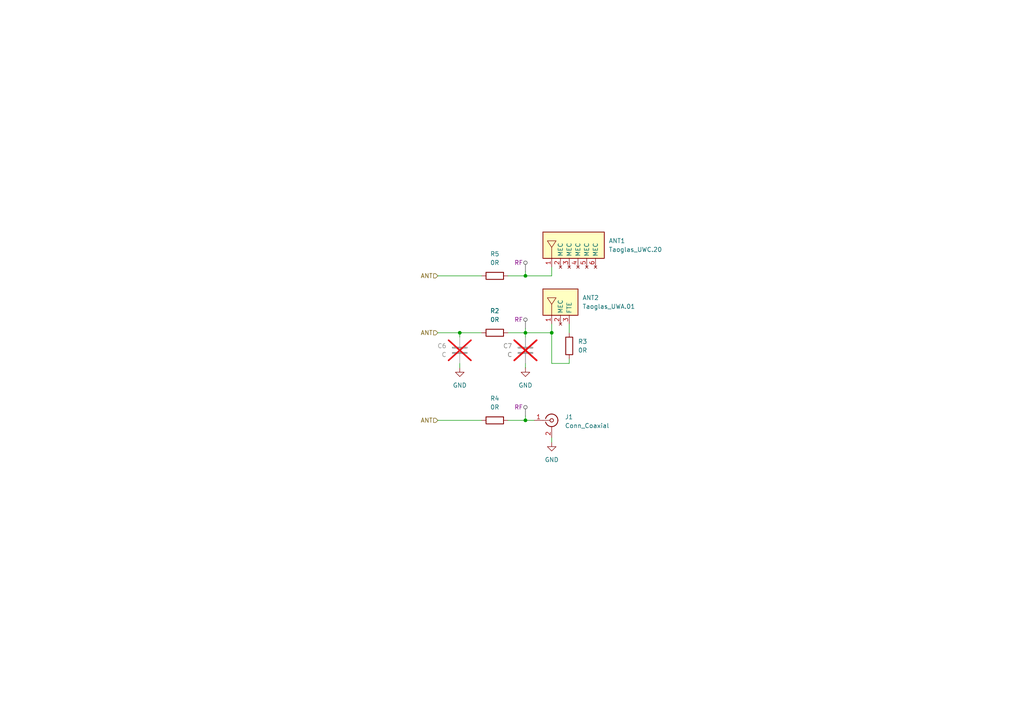
<source format=kicad_sch>
(kicad_sch (version 20250114) (generator "eeschema") (generator_version "9.0")
  (paper "A4")
  (lib_symbols
    (symbol "Connector:Conn_Coaxial" (pin_names (offset 1.016) (hide yes))
      (property "Reference" "J" (at 0.254 3.048 0))
      (property "Value" "Conn_Coaxial" (at 2.921 0 90))
      (symbol "Conn_Coaxial_0_1"
        (polyline (pts (xy -2.54 0) (xy -0.508 0)))
        (arc (start 1.778 0) (mid 0.222 -1.8079) (end -1.778 -0.508) (stroke (width 0.254)))
        (arc (start -1.778 0.508) (mid 0.2221 1.8084) (end 1.778 0) (stroke (width 0.254)))
        (circle (center 0 0) (radius 0.508) (stroke (width 0.2032)))
        (polyline (pts (xy 0 -2.54) (xy 0 -1.778)))
      )
      (symbol "Conn_Coaxial_1_1"
        (pin passive line (at -5.08 0 0) (length 2.54) (name "In") (number "1"))
        (pin passive line (at 0 -5.08 90) (length 2.54) (name "Ext") (number "2"))
      )
    )
    (symbol "Device:C" (pin_numbers (hide yes)) (pin_names (offset 0.254))
      (property "Reference" "C" (at 0.635 2.54 0))
      (property "Value" "C" (at 0.635 -2.54 0))
      (symbol "C_0_1"
        (polyline (pts (xy -2.032 0.762) (xy 2.032 0.762)) (stroke (width 0.508)))
        (polyline (pts (xy -2.032 -0.762) (xy 2.032 -0.762)) (stroke (width 0.508)))
      )
      (symbol "C_1_1"
        (pin passive line (at 0 3.81 270) (length 2.794) (name "~") (number "1"))
        (pin passive line (at 0 -3.81 90) (length 2.794) (name "~") (number "2"))
      )
    )
    (symbol "Device:R" (pin_numbers (hide yes)) (pin_names (offset 0))
      (property "Reference" "R" (at 2.032 0 90))
      (property "Value" "R" (at 0 0 90))
      (symbol "R_0_1"
        (rectangle (start -1.016 -2.54) (end 1.016 2.54) (stroke (width 0.254)))
      )
      (symbol "R_1_1"
        (pin passive line (at 0 3.81 270) (length 1.27) (name "~") (number "1"))
        (pin passive line (at 0 -3.81 90) (length 1.27) (name "~") (number "2"))
      )
    )
    (symbol "UWB_Antennas:Taoglas_UWA.01"
      (property "Reference" "ANT" (at 0 -0.508 0))
      (property "Value" "Taoglas_UWA.01" (at 0 -2.286 0))
      (symbol "Taoglas_UWA.01_0_1"
        (polyline (pts (xy -2.54 -11.43) (xy -2.54 -8.255) (xy -1.27 -6.35) (xy -3.81 -6.35) (xy -2.54 -8.255)))
      )
      (symbol "Taoglas_UWA.01_1_1"
        (rectangle (start -5.08 -3.81) (end 5.08 -11.43) (stroke (width 0.254)) (fill (type background)))
        (pin input line (at -2.54 -13.97 90) (length 2.54) (name "~") (number "1"))
        (pin no_connect line (at 0 -13.97 90) (length 2.54) (name "MEC") (number "2"))
        (pin passive line (at 2.54 -13.97 90) (length 2.54) (name "FTE") (number "3"))
      )
    )
    (symbol "UWB_Antennas:Taoglas_UWC.20" (pin_names (offset 0.5))
      (property "Reference" "ANT" (at -1.524 11.176 0))
      (property "Value" "Taoglas_UWC.20" (at -1.524 9.144 0))
      (symbol "Taoglas_UWC.20_0_1"
        (polyline (pts (xy -7.62 0) (xy -7.62 3.175) (xy -6.35 5.08) (xy -8.89 5.08) (xy -7.62 3.175)))
      )
      (symbol "Taoglas_UWC.20_1_1"
        (rectangle (start -10.16 7.62) (end 7.62 0) (stroke (width 0.254)) (fill (type background)))
        (pin input line (at -7.62 -2.54 90) (length 2.54) (name "~") (number "1"))
        (pin no_connect line (at -5.08 -2.54 90) (length 2.54) (name "MEC") (number "2"))
        (pin no_connect line (at -2.54 -2.54 90) (length 2.54) (name "MEC") (number "3"))
        (pin no_connect line (at 0 -2.54 90) (length 2.54) (name "MEC") (number "4"))
        (pin no_connect line (at 2.54 -2.54 90) (length 2.54) (name "MEC") (number "5"))
        (pin no_connect line (at 5.08 -2.54 90) (length 2.54) (name "MEC") (number "6"))
      )
    )
    (symbol "power:GND" (power) (pin_numbers (hide yes)) (pin_names (offset 0) (hide yes))
      (property "Value" "GND" (at 0 -3.81 0))
      (symbol "GND_0_1"
        (polyline (pts (xy 0 0) (xy 0 -1.27) (xy 1.27 -1.27) (xy 0 -2.54) (xy -1.27 -1.27) (xy 0 -1.27)))
      )
      (symbol "GND_1_1"
        (pin power_in line (at 0 0 270) (length 0) (name "~") (number "1"))
      )
    )
  )
  (junction (at 152.4 96.52))
  (junction (at 152.4 121.92))
  (junction (at 160.02 96.52))
  (junction (at 133.35 96.52))
  (junction (at 152.4 80.01))
  (wire (pts (xy 147.32 121.92) (xy 152.4 121.92)))
  (wire (pts (xy 147.32 80.01) (xy 152.4 80.01)))
  (wire (pts (xy 160.02 93.98) (xy 160.02 96.52)))
  (wire (pts (xy 152.4 95.25) (xy 152.4 96.52)))
  (wire (pts (xy 127 96.52) (xy 133.35 96.52)))
  (wire (pts (xy 152.4 120.65) (xy 152.4 121.92)))
  (wire (pts (xy 152.4 96.52) (xy 147.32 96.52)))
  (wire (pts (xy 160.02 77.47) (xy 160.02 80.01)))
  (wire (pts (xy 165.1 105.41) (xy 160.02 105.41)))
  (wire (pts (xy 160.02 127) (xy 160.02 128.27)))
  (wire (pts (xy 160.02 96.52) (xy 160.02 105.41)))
  (wire (pts (xy 152.4 105.41) (xy 152.4 106.68)))
  (wire (pts (xy 152.4 78.74) (xy 152.4 80.01)))
  (wire (pts (xy 165.1 93.98) (xy 165.1 96.52)))
  (wire (pts (xy 127 121.92) (xy 139.7 121.92)))
  (wire (pts (xy 133.35 96.52) (xy 133.35 97.79)))
  (wire (pts (xy 133.35 105.41) (xy 133.35 106.68)))
  (wire (pts (xy 133.35 96.52) (xy 139.7 96.52)))
  (wire (pts (xy 152.4 96.52) (xy 160.02 96.52)))
  (wire (pts (xy 152.4 80.01) (xy 160.02 80.01)))
  (wire (pts (xy 127 80.01) (xy 139.7 80.01)))
  (wire (pts (xy 152.4 96.52) (xy 152.4 97.79)))
  (wire (pts (xy 165.1 104.14) (xy 165.1 105.41)))
  (wire (pts (xy 152.4 121.92) (xy 154.94 121.92)))
  (hierarchical_label "ANT" (shape input) (at 127 121.92 180))
  (hierarchical_label "ANT" (shape input) (at 127 96.52 180))
  (hierarchical_label "ANT" (shape input) (at 127 80.01 180))
  (netclass_flag "" (length 2.54) (shape round) (at 152.4 95.25 0) (property "Netclass" "RF" (at 151.7015 92.71 0) (effects (justify right))))
  (netclass_flag "" (length 2.54) (shape round) (at 152.4 120.65 0) (property "Netclass" "RF" (at 151.7015 118.11 0) (effects (justify right))))
  (netclass_flag "" (length 2.54) (shape round) (at 152.4 78.74 0) (property "Netclass" "RF" (at 151.7015 76.2 0) (effects (justify right))))
  (symbol (lib_id "Device:R") (at 143.51 96.52 90) (unit 1)
    (property "Reference" "R2" (at 143.51 90.17 90))
    (property "Value" "0R" (at 143.51 92.71 90))
    (property "Footprint" "Resistor_SMD:R_0603_1608Metric" (effects (hide yes)))
    (property "Description" "Resistor" (effects (hide yes)))
  )
  (symbol (lib_id "UWB_Antennas:Taoglas_UWC.20") (at 167.64 74.93 0) (unit 1)
    (property "Reference" "ANT1" (at 176.53 69.8499 0) (effects (justify left)))
    (property "Value" "Taoglas_UWC.20" (at 176.53 72.3899 0) (effects (justify left)))
    (property "Footprint" "UWB_Antennas:Taoglas_UWC.20" (effects (hide yes)))
    (property "Datasheet" "https://www.taoglas.com/datasheets/UWC.20.pdf" (effects (hide yes)))
    (property "Description" "3-5GHz & 6-9GHz Ultra-Wide Band (UWB) SMD Chip Antenna" (effects (hide yes)))
  )
  (symbol (lib_id "Device:R") (at 165.1 100.33 0) (unit 1)
    (property "Reference" "R3" (at 167.64 99.0599 0) (effects (justify left)))
    (property "Value" "0R" (at 167.64 101.5999 0) (effects (justify left)))
    (property "Footprint" "Resistor_SMD:R_0402_1005Metric" (effects (hide yes)))
    (property "Description" "Resistor" (effects (hide yes)))
  )
  (symbol (lib_id "Connector:Conn_Coaxial") (at 160.02 121.92 0) (unit 1)
    (property "Reference" "J1" (at 163.83 120.9431 0) (effects (justify left)))
    (property "Value" "Conn_Coaxial" (at 163.83 123.4831 0) (effects (justify left)))
    (property "Footprint" "Connector_Coaxial:SMA_Molex_73251-1153_EdgeMount_Horizontal" (effects (hide yes)))
    (property "Description" "coaxial connector (BNC, SMA, SMB, SMC, Cinch/RCA, LEMO, ...)" (effects (hide yes)))
  )
  (symbol (lib_id "UWB_Antennas:Taoglas_UWA.01") (at 162.56 80.01 0) (unit 1)
    (property "Reference" "ANT2" (at 168.91 86.3599 0) (effects (justify left)))
    (property "Value" "Taoglas_UWA.01" (at 168.91 88.8999 0) (effects (justify left)))
    (property "Footprint" "UWB_Antennas:Taoglas_UWA.01" (effects (hide yes)))
    (property "Description" "6-9GHz UWB Ceramic Substrate Chip Antenna 3.2*1.6*0.5(mm)" (effects (hide yes)))
  )
  (symbol (lib_id "Device:C") (at 152.4 101.6 0) (mirror y) (unit 1) (dnp yes)
    (property "Reference" "C7" (at 148.59 100.3299 0) (effects (justify left)))
    (property "Value" "C" (at 148.59 102.8699 0) (effects (justify left)))
    (property "Footprint" "Capacitor_SMD:C_0603_1608Metric" (effects (hide yes)))
    (property "Description" "Unpolarized capacitor" (effects (hide yes)))
  )
  (symbol (lib_id "Device:R") (at 143.51 80.01 90) (unit 1)
    (property "Reference" "R5" (at 143.51 73.66 90))
    (property "Value" "0R" (at 143.51 76.2 90))
    (property "Footprint" "Resistor_SMD:R_0603_1608Metric" (effects (hide yes)))
    (property "Description" "Resistor" (effects (hide yes)))
  )
  (symbol (lib_id "power:GND") (at 152.4 106.68 0) (unit 1)
    (property "Reference" "#PWR010" (effects (hide yes)))
    (property "Value" "GND" (at 152.4 111.76 0))
    (property "Description" "Power symbol creates a global label with name \"GND\" , ground" (effects (hide yes)))
  )
  (symbol (lib_id "power:GND") (at 160.02 128.27 0) (unit 1)
    (property "Reference" "#PWR01" (effects (hide yes)))
    (property "Value" "GND" (at 160.02 133.35 0))
    (property "Description" "Power symbol creates a global label with name \"GND\" , ground" (effects (hide yes)))
  )
  (symbol (lib_id "Device:C") (at 133.35 101.6 0) (mirror y) (unit 1) (dnp yes)
    (property "Reference" "C6" (at 129.54 100.3299 0) (effects (justify left)))
    (property "Value" "C" (at 129.54 102.8699 0) (effects (justify left)))
    (property "Footprint" "Capacitor_SMD:C_0603_1608Metric" (effects (hide yes)))
    (property "Description" "Unpolarized capacitor" (effects (hide yes)))
  )
  (symbol (lib_id "power:GND") (at 133.35 106.68 0) (unit 1)
    (property "Reference" "#PWR012" (effects (hide yes)))
    (property "Value" "GND" (at 133.35 111.76 0))
    (property "Description" "Power symbol creates a global label with name \"GND\" , ground" (effects (hide yes)))
  )
  (symbol (lib_id "Device:R") (at 143.51 121.92 90) (unit 1)
    (property "Reference" "R4" (at 143.51 115.57 90))
    (property "Value" "0R" (at 143.51 118.11 90))
    (property "Footprint" "Resistor_SMD:R_0603_1608Metric" (effects (hide yes)))
    (property "Description" "Resistor" (effects (hide yes)))
  )
)
</source>
